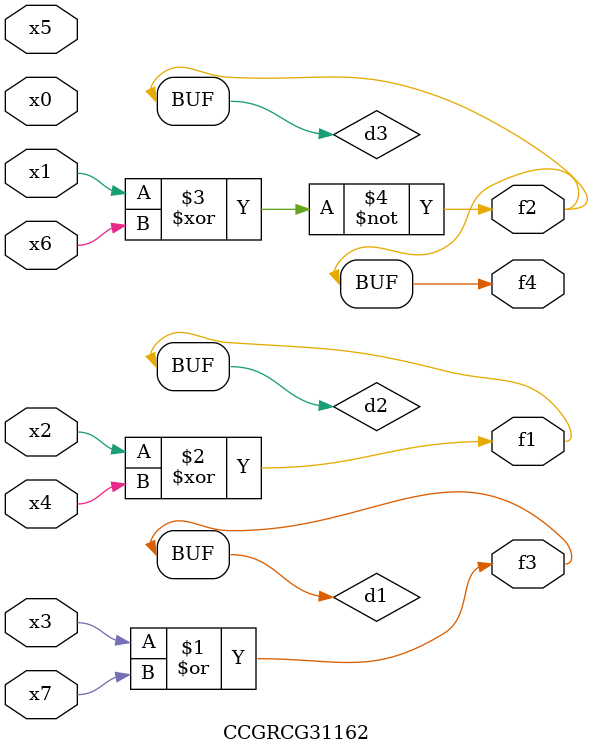
<source format=v>
module CCGRCG31162(
	input x0, x1, x2, x3, x4, x5, x6, x7,
	output f1, f2, f3, f4
);

	wire d1, d2, d3;

	or (d1, x3, x7);
	xor (d2, x2, x4);
	xnor (d3, x1, x6);
	assign f1 = d2;
	assign f2 = d3;
	assign f3 = d1;
	assign f4 = d3;
endmodule

</source>
